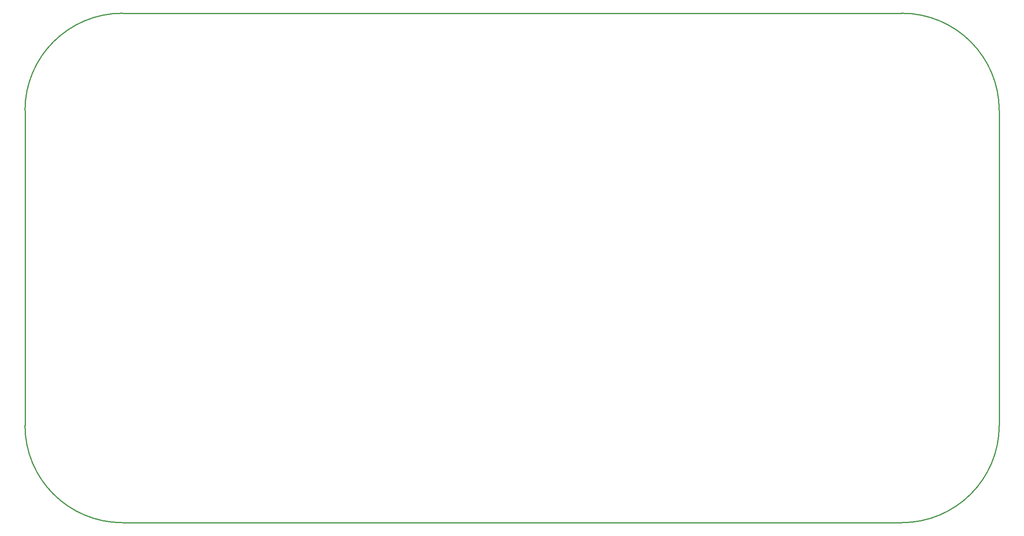
<source format=gko>
G04 Layer: BoardOutline*
G04 EasyEDA v6.4.25, 2021-11-28T11:35:11+01:00*
G04 012f4e6f5168424cbf972d7804d96389,6d705683b9bb4ad5a2e260519191d1bd,10*
G04 Gerber Generator version 0.2*
G04 Scale: 100 percent, Rotated: No, Reflected: No *
G04 Dimensions in millimeters *
G04 leading zeros omitted , absolute positions ,4 integer and 5 decimal *
%FSLAX45Y45*%
%MOMM*%

%ADD10C,0.2540*%
D10*
X21004969Y8904993D02*
G01*
X21004969Y2104991D01*
X2104969Y11004991D02*
G01*
X18904968Y11004991D01*
X4968Y2104991D02*
G01*
X4968Y8904993D01*
X18904968Y4993D02*
G01*
X2104969Y4993D01*
G75*
G01*
X18904969Y11004992D02*
G02*
X21004969Y8904994I0J-2100001D01*
G75*
G01*
X4968Y8904994D02*
G02*
X2104969Y11004992I2100001J-3D01*
G75*
G01*
X2104969Y4994D02*
G02*
X4968Y2104992I0J2100001D01*
G75*
G01*
X21004969Y2104992D02*
G02*
X18904969Y4994I-2100000J3D01*

%LPD*%
M02*

</source>
